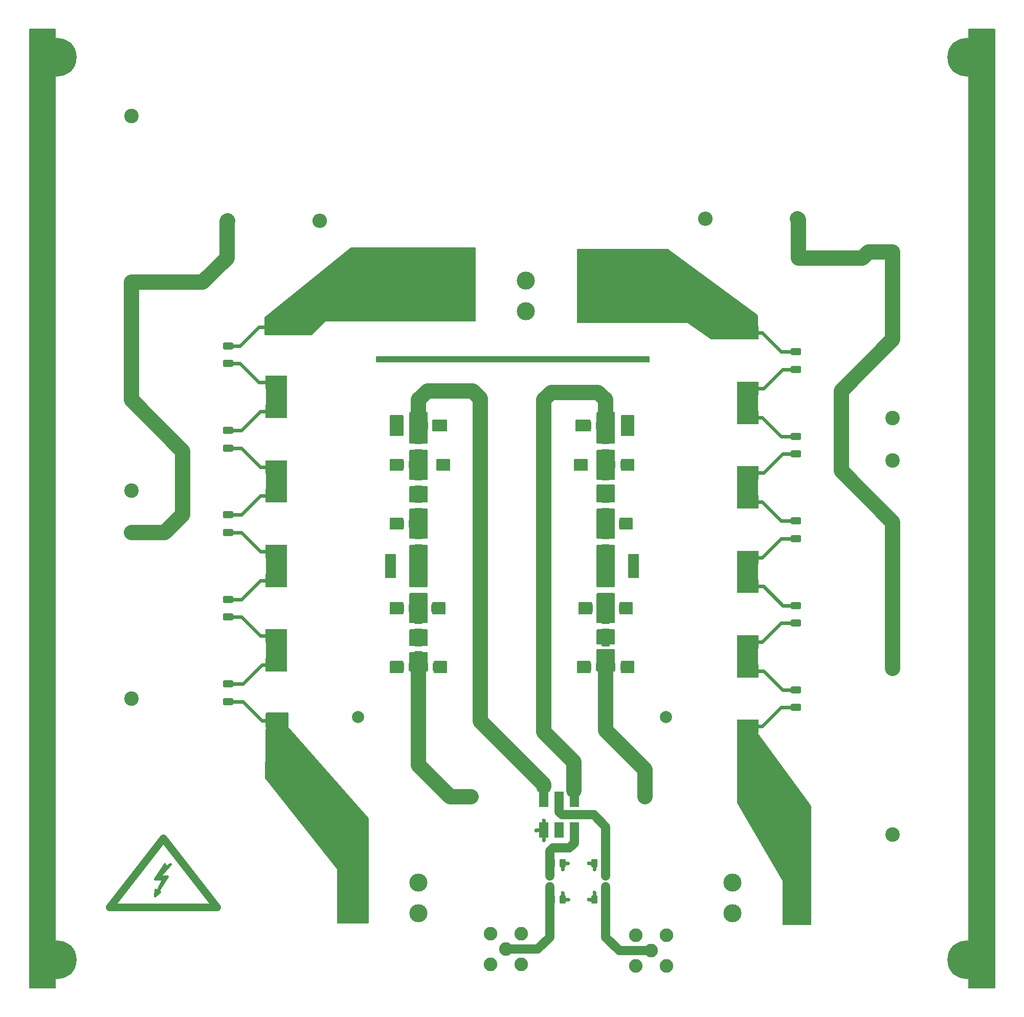
<source format=gbr>
%TF.GenerationSoftware,KiCad,Pcbnew,8.0.6*%
%TF.CreationDate,2024-12-10T22:17:20+01:00*%
%TF.ProjectId,lisn-pcb,6c69736e-2d70-4636-922e-6b696361645f,rev?*%
%TF.SameCoordinates,Original*%
%TF.FileFunction,Copper,L1,Top*%
%TF.FilePolarity,Positive*%
%FSLAX46Y46*%
G04 Gerber Fmt 4.6, Leading zero omitted, Abs format (unit mm)*
G04 Created by KiCad (PCBNEW 8.0.6) date 2024-12-10 22:17:20*
%MOMM*%
%LPD*%
G01*
G04 APERTURE LIST*
G04 Aperture macros list*
%AMRoundRect*
0 Rectangle with rounded corners*
0 $1 Rounding radius*
0 $2 $3 $4 $5 $6 $7 $8 $9 X,Y pos of 4 corners*
0 Add a 4 corners polygon primitive as box body*
4,1,4,$2,$3,$4,$5,$6,$7,$8,$9,$2,$3,0*
0 Add four circle primitives for the rounded corners*
1,1,$1+$1,$2,$3*
1,1,$1+$1,$4,$5*
1,1,$1+$1,$6,$7*
1,1,$1+$1,$8,$9*
0 Add four rect primitives between the rounded corners*
20,1,$1+$1,$2,$3,$4,$5,0*
20,1,$1+$1,$4,$5,$6,$7,0*
20,1,$1+$1,$6,$7,$8,$9,0*
20,1,$1+$1,$8,$9,$2,$3,0*%
G04 Aperture macros list end*
%TA.AperFunction,EtchedComponent*%
%ADD10C,1.270000*%
%TD*%
%TA.AperFunction,EtchedComponent*%
%ADD11C,0.381000*%
%TD*%
%TA.AperFunction,ComponentPad*%
%ADD12C,2.400000*%
%TD*%
%TA.AperFunction,ComponentPad*%
%ADD13O,2.400000X2.400000*%
%TD*%
%TA.AperFunction,SMDPad,CuDef*%
%ADD14RoundRect,0.250000X-0.475000X0.250000X-0.475000X-0.250000X0.475000X-0.250000X0.475000X0.250000X0*%
%TD*%
%TA.AperFunction,SMDPad,CuDef*%
%ADD15R,0.600000X0.450000*%
%TD*%
%TA.AperFunction,SMDPad,CuDef*%
%ADD16R,0.900000X0.800000*%
%TD*%
%TA.AperFunction,ComponentPad*%
%ADD17C,3.000000*%
%TD*%
%TA.AperFunction,SMDPad,CuDef*%
%ADD18R,1.650000X2.000000*%
%TD*%
%TA.AperFunction,SMDPad,CuDef*%
%ADD19R,3.600000X2.300000*%
%TD*%
%TA.AperFunction,SMDPad,CuDef*%
%ADD20RoundRect,0.249999X0.262501X0.450001X-0.262501X0.450001X-0.262501X-0.450001X0.262501X-0.450001X0*%
%TD*%
%TA.AperFunction,SMDPad,CuDef*%
%ADD21RoundRect,0.249999X-0.450001X0.262501X-0.450001X-0.262501X0.450001X-0.262501X0.450001X0.262501X0*%
%TD*%
%TA.AperFunction,SMDPad,CuDef*%
%ADD22RoundRect,0.249999X-0.262501X-0.450001X0.262501X-0.450001X0.262501X0.450001X-0.262501X0.450001X0*%
%TD*%
%TA.AperFunction,SMDPad,CuDef*%
%ADD23RoundRect,0.249999X0.450001X-0.262501X0.450001X0.262501X-0.450001X0.262501X-0.450001X-0.262501X0*%
%TD*%
%TA.AperFunction,SMDPad,CuDef*%
%ADD24RoundRect,0.249999X0.625001X-0.312501X0.625001X0.312501X-0.625001X0.312501X-0.625001X-0.312501X0*%
%TD*%
%TA.AperFunction,SMDPad,CuDef*%
%ADD25R,1.650000X2.540000*%
%TD*%
%TA.AperFunction,ComponentPad*%
%ADD26C,2.000000*%
%TD*%
%TA.AperFunction,ComponentPad*%
%ADD27C,2.250000*%
%TD*%
%TA.AperFunction,ComponentPad*%
%ADD28C,0.800000*%
%TD*%
%TA.AperFunction,ComponentPad*%
%ADD29C,6.400000*%
%TD*%
%TA.AperFunction,ViaPad*%
%ADD30C,0.600000*%
%TD*%
%TA.AperFunction,Conductor*%
%ADD31C,2.500000*%
%TD*%
%TA.AperFunction,Conductor*%
%ADD32C,0.600000*%
%TD*%
%TA.AperFunction,Conductor*%
%ADD33C,1.500000*%
%TD*%
%TA.AperFunction,Conductor*%
%ADD34C,0.240000*%
%TD*%
G04 APERTURE END LIST*
D10*
%TO.C,REF\u002A\u002A*%
X113360000Y-186560000D02*
X122250000Y-175130000D01*
D11*
X120853000Y-181861000D02*
X122250000Y-181861000D01*
X120853000Y-184655000D02*
X121615000Y-184020000D01*
X120980000Y-183639000D02*
X120853000Y-184655000D01*
X121107000Y-184147000D02*
X120980000Y-183639000D01*
X121107000Y-184274000D02*
X122885000Y-181480000D01*
X121234000Y-181734000D02*
X122504000Y-181734000D01*
X121615000Y-181480000D02*
X123393000Y-179448000D01*
X121615000Y-184020000D02*
X121107000Y-184274000D01*
D10*
X122250000Y-175130000D02*
X131140000Y-186560000D01*
D11*
X122250000Y-181861000D02*
X121107000Y-184147000D01*
X122377000Y-179575000D02*
X120853000Y-181861000D01*
X122631000Y-179829000D02*
X121234000Y-181734000D01*
X122631000Y-179956000D02*
X122504000Y-179448000D01*
X122885000Y-181480000D02*
X121615000Y-181480000D01*
X123393000Y-179448000D02*
X122631000Y-179956000D01*
D10*
X131140000Y-186560000D02*
X113360000Y-186560000D01*
%TD*%
D12*
%TO.P,R44,1*%
%TO.N,Net-(C4-Pad1)*%
X227240000Y-72500000D03*
D13*
%TO.P,R44,2*%
%TO.N,GND*%
X212000000Y-72500000D03*
%TD*%
D12*
%TO.P,C1,2*%
%TO.N,GND*%
X117000000Y-117500000D03*
%TO.P,C1,1*%
%TO.N,Net-(C1-Pad1)*%
X117000000Y-90000000D03*
%TD*%
%TO.P,C2,2*%
%TO.N,GND*%
X117000000Y-152000000D03*
%TO.P,C2,1*%
%TO.N,Net-(C1-Pad1)*%
X117000000Y-124500000D03*
%TD*%
%TO.P,C3,2*%
%TO.N,GND*%
X117000000Y-55500000D03*
%TO.P,C3,1*%
%TO.N,Net-(C1-Pad1)*%
X117000000Y-83000000D03*
%TD*%
%TO.P,C4,2*%
%TO.N,GND*%
X243000000Y-174500000D03*
%TO.P,C4,1*%
%TO.N,Net-(C4-Pad1)*%
X243000000Y-147000000D03*
%TD*%
%TO.P,C5,2*%
%TO.N,GND*%
X243000000Y-112500000D03*
%TO.P,C5,1*%
%TO.N,Net-(C4-Pad1)*%
X243000000Y-140000000D03*
%TD*%
%TO.P,C6,2*%
%TO.N,GND*%
X243000000Y-105500000D03*
%TO.P,C6,1*%
%TO.N,Net-(C4-Pad1)*%
X243000000Y-78000000D03*
%TD*%
D14*
%TO.P,C7,2*%
%TO.N,Net-(C7-Pad2)*%
X164500000Y-134950000D03*
%TO.P,C7,1*%
%TO.N,Net-(C7-Pad1)*%
X164500000Y-133050000D03*
%TD*%
%TO.P,C8,2*%
%TO.N,Net-(C7-Pad1)*%
X164500000Y-126950000D03*
%TO.P,C8,1*%
%TO.N,Net-(C8-Pad1)*%
X164500000Y-125050000D03*
%TD*%
D12*
%TO.P,C9,2*%
%TO.N,/SIG1*%
X173250000Y-168250000D03*
%TO.P,C9,1*%
%TO.N,/DUT_LINE*%
X150750000Y-168250000D03*
%TD*%
D14*
%TO.P,C10,2*%
%TO.N,Net-(C10-Pad2)*%
X195500000Y-134950000D03*
%TO.P,C10,1*%
%TO.N,Net-(C10-Pad1)*%
X195500000Y-133050000D03*
%TD*%
%TO.P,C11,2*%
%TO.N,Net-(C10-Pad1)*%
X195500000Y-126950000D03*
%TO.P,C11,1*%
%TO.N,Net-(C11-Pad1)*%
X195500000Y-125050000D03*
%TD*%
D12*
%TO.P,C12,2*%
%TO.N,/SIG2*%
X202000000Y-168250000D03*
%TO.P,C12,1*%
%TO.N,/DUT_NUT*%
X224500000Y-168250000D03*
%TD*%
D15*
%TO.P,D1,2,A2*%
%TO.N,GND*%
X167800000Y-113250000D03*
%TO.P,D1,1,A1*%
%TO.N,Net-(D1-A1)*%
X165700000Y-113250000D03*
%TD*%
D16*
%TO.P,D2,3,common*%
%TO.N,/SIG1_LIM*%
X163500000Y-106750000D03*
%TO.P,D2,2,K*%
%TO.N,GND*%
X161500000Y-107700000D03*
%TO.P,D2,1,A*%
X161500000Y-105800000D03*
%TD*%
D15*
%TO.P,D3,2,A2*%
%TO.N,GND*%
X192200000Y-113250000D03*
%TO.P,D3,1,A1*%
%TO.N,Net-(D3-A1)*%
X194300000Y-113250000D03*
%TD*%
D16*
%TO.P,D4,3,common*%
%TO.N,/SIG2_LIM*%
X196500000Y-106750000D03*
%TO.P,D4,2,K*%
%TO.N,GND*%
X198500000Y-105800000D03*
%TO.P,D4,1,A*%
X198500000Y-107700000D03*
%TD*%
D17*
%TO.P,J3,1,Pin_1*%
%TO.N,/LINE*%
X172250000Y-82710000D03*
X172250000Y-87790000D03*
%TD*%
%TO.P,J4,1,Pin_1*%
%TO.N,/NEUTRAL*%
X192500000Y-82710000D03*
X192500000Y-87790000D03*
%TD*%
%TO.P,J5,1,Pin_1*%
%TO.N,GND*%
X182250000Y-82710000D03*
X182250000Y-87790000D03*
%TD*%
%TO.P,J6,1,Pin_1*%
%TO.N,/DUT_LINE*%
X154500000Y-187540000D03*
X154500000Y-182460000D03*
%TD*%
%TO.P,J7,1,Pin_1*%
%TO.N,/DUT_NUT*%
X226500000Y-182460000D03*
X226500000Y-187540000D03*
%TD*%
D18*
%TO.P,L1,2,2*%
%TO.N,GND*%
X159900000Y-130000000D03*
%TO.P,L1,1,1*%
%TO.N,Net-(C7-Pad1)*%
X164100000Y-130000000D03*
%TD*%
D19*
%TO.P,L2,2,2*%
%TO.N,Net-(L2-Pad2)*%
X141000000Y-99600000D03*
%TO.P,L2,1,1*%
%TO.N,/LINE*%
X141000000Y-90400000D03*
%TD*%
%TO.P,L3,2,2*%
%TO.N,Net-(L3-Pad2)*%
X141000000Y-113600000D03*
%TO.P,L3,1,1*%
%TO.N,Net-(L2-Pad2)*%
X141000000Y-104400000D03*
%TD*%
%TO.P,L4,2,2*%
%TO.N,Net-(L4-Pad2)*%
X141000000Y-127600000D03*
%TO.P,L4,1,1*%
%TO.N,Net-(L3-Pad2)*%
X141000000Y-118400000D03*
%TD*%
%TO.P,L5,2,2*%
%TO.N,Net-(L5-Pad2)*%
X141000000Y-141600000D03*
%TO.P,L5,1,1*%
%TO.N,Net-(L4-Pad2)*%
X141000000Y-132400000D03*
%TD*%
%TO.P,L6,2,2*%
%TO.N,/DUT_LINE*%
X141000000Y-155600000D03*
%TO.P,L6,1,1*%
%TO.N,Net-(L5-Pad2)*%
X141000000Y-146400000D03*
%TD*%
D18*
%TO.P,L7,2,2*%
%TO.N,GND*%
X200100000Y-130000000D03*
%TO.P,L7,1,1*%
%TO.N,Net-(C10-Pad1)*%
X195900000Y-130000000D03*
%TD*%
D12*
%TO.P,R1,1*%
%TO.N,/LINE*%
X158200000Y-79000000D03*
D13*
%TO.P,R1,2*%
%TO.N,Net-(C1-Pad1)*%
X132800000Y-79000000D03*
%TD*%
%TO.P,R2,2*%
%TO.N,Net-(C4-Pad1)*%
X227400000Y-79000000D03*
D12*
%TO.P,R2,1*%
%TO.N,/NEUTRAL*%
X202000000Y-79000000D03*
%TD*%
D20*
%TO.P,R3,2*%
%TO.N,GND*%
X193587500Y-179250000D03*
%TO.P,R3,1*%
%TO.N,Net-(R3-Pad1)*%
X195412500Y-179250000D03*
%TD*%
D21*
%TO.P,R4,2*%
%TO.N,/CM_OUT*%
X195500000Y-183162500D03*
%TO.P,R4,1*%
%TO.N,Net-(R3-Pad1)*%
X195500000Y-181337500D03*
%TD*%
D22*
%TO.P,R5,2*%
%TO.N,GND*%
X188412500Y-179250000D03*
%TO.P,R5,1*%
%TO.N,Net-(R5-Pad1)*%
X186587500Y-179250000D03*
%TD*%
D20*
%TO.P,R6,2*%
%TO.N,GND*%
X193587500Y-185250000D03*
%TO.P,R6,1*%
%TO.N,/CM_OUT*%
X195412500Y-185250000D03*
%TD*%
D21*
%TO.P,R7,2*%
%TO.N,/DM_OUT*%
X186250000Y-183162500D03*
%TO.P,R7,1*%
%TO.N,Net-(R5-Pad1)*%
X186250000Y-181337500D03*
%TD*%
D22*
%TO.P,R8,2*%
%TO.N,GND*%
X188412500Y-185250000D03*
%TO.P,R8,1*%
%TO.N,/DM_OUT*%
X186587500Y-185250000D03*
%TD*%
D20*
%TO.P,R9,2*%
%TO.N,GND*%
X161587500Y-146750000D03*
%TO.P,R9,1*%
%TO.N,/SIG1*%
X163412500Y-146750000D03*
%TD*%
D22*
%TO.P,R10,2*%
%TO.N,GND*%
X167412500Y-146750000D03*
%TO.P,R10,1*%
%TO.N,/SIG1*%
X165587500Y-146750000D03*
%TD*%
D21*
%TO.P,R11,2*%
%TO.N,/SIG1*%
X164500000Y-144662500D03*
%TO.P,R11,1*%
%TO.N,Net-(R11-Pad1)*%
X164500000Y-142837500D03*
%TD*%
%TO.P,R12,2*%
%TO.N,Net-(R11-Pad1)*%
X164500000Y-140912500D03*
%TO.P,R12,1*%
%TO.N,Net-(C7-Pad2)*%
X164500000Y-139087500D03*
%TD*%
D22*
%TO.P,R13,2*%
%TO.N,GND*%
X167162500Y-137000000D03*
%TO.P,R13,1*%
%TO.N,Net-(C7-Pad2)*%
X165337500Y-137000000D03*
%TD*%
D20*
%TO.P,R14,2*%
%TO.N,GND*%
X161587500Y-137000000D03*
%TO.P,R14,1*%
%TO.N,Net-(C7-Pad2)*%
X163412500Y-137000000D03*
%TD*%
%TO.P,R15,2*%
%TO.N,GND*%
X161587500Y-123000000D03*
%TO.P,R15,1*%
%TO.N,Net-(C8-Pad1)*%
X163412500Y-123000000D03*
%TD*%
D23*
%TO.P,R16,2*%
%TO.N,Net-(R16-Pad2)*%
X164500000Y-119087500D03*
%TO.P,R16,1*%
%TO.N,Net-(C8-Pad1)*%
X164500000Y-120912500D03*
%TD*%
%TO.P,R17,2*%
%TO.N,Net-(D1-A1)*%
X164500000Y-115337500D03*
%TO.P,R17,1*%
%TO.N,Net-(R16-Pad2)*%
X164500000Y-117162500D03*
%TD*%
D20*
%TO.P,R18,2*%
%TO.N,GND*%
X161587500Y-113250000D03*
%TO.P,R18,1*%
%TO.N,Net-(D1-A1)*%
X163412500Y-113250000D03*
%TD*%
D21*
%TO.P,R19,2*%
%TO.N,Net-(D1-A1)*%
X164500000Y-111162500D03*
%TO.P,R19,1*%
%TO.N,/SIG1_LIM*%
X164500000Y-109337500D03*
%TD*%
D22*
%TO.P,R20,2*%
%TO.N,GND*%
X167412500Y-106750000D03*
%TO.P,R20,1*%
%TO.N,/SIG1_LIM*%
X165587500Y-106750000D03*
%TD*%
D24*
%TO.P,R21,2*%
%TO.N,/LINE*%
X133000000Y-93537500D03*
%TO.P,R21,1*%
%TO.N,Net-(L2-Pad2)*%
X133000000Y-96462500D03*
%TD*%
%TO.P,R22,2*%
%TO.N,Net-(L2-Pad2)*%
X133000000Y-107537500D03*
%TO.P,R22,1*%
%TO.N,Net-(L3-Pad2)*%
X133000000Y-110462500D03*
%TD*%
%TO.P,R23,2*%
%TO.N,Net-(L3-Pad2)*%
X133000000Y-121537500D03*
%TO.P,R23,1*%
%TO.N,Net-(L4-Pad2)*%
X133000000Y-124462500D03*
%TD*%
%TO.P,R24,2*%
%TO.N,Net-(L4-Pad2)*%
X133000000Y-135537500D03*
%TO.P,R24,1*%
%TO.N,Net-(L5-Pad2)*%
X133000000Y-138462500D03*
%TD*%
%TO.P,R25,2*%
%TO.N,Net-(L5-Pad2)*%
X133000000Y-149537500D03*
%TO.P,R25,1*%
%TO.N,/DUT_LINE*%
X133000000Y-152462500D03*
%TD*%
D20*
%TO.P,R26,2*%
%TO.N,GND*%
X192587500Y-146750000D03*
%TO.P,R26,1*%
%TO.N,/SIG2*%
X194412500Y-146750000D03*
%TD*%
D22*
%TO.P,R27,2*%
%TO.N,GND*%
X198412500Y-146750000D03*
%TO.P,R27,1*%
%TO.N,/SIG2*%
X196587500Y-146750000D03*
%TD*%
D21*
%TO.P,R28,2*%
%TO.N,/SIG2*%
X195500000Y-144662500D03*
%TO.P,R28,1*%
%TO.N,Net-(R28-Pad1)*%
X195500000Y-142837500D03*
%TD*%
%TO.P,R29,2*%
%TO.N,Net-(R28-Pad1)*%
X195500000Y-140912500D03*
%TO.P,R29,1*%
%TO.N,Net-(C10-Pad2)*%
X195500000Y-139087500D03*
%TD*%
D20*
%TO.P,R30,2*%
%TO.N,GND*%
X192837500Y-137000000D03*
%TO.P,R30,1*%
%TO.N,Net-(C10-Pad2)*%
X194662500Y-137000000D03*
%TD*%
D22*
%TO.P,R31,2*%
%TO.N,GND*%
X198162500Y-137000000D03*
%TO.P,R31,1*%
%TO.N,Net-(C10-Pad2)*%
X196337500Y-137000000D03*
%TD*%
%TO.P,R32,2*%
%TO.N,GND*%
X198162500Y-123000000D03*
%TO.P,R32,1*%
%TO.N,Net-(C11-Pad1)*%
X196337500Y-123000000D03*
%TD*%
D23*
%TO.P,R33,2*%
%TO.N,Net-(R33-Pad2)*%
X195500000Y-119087500D03*
%TO.P,R33,1*%
%TO.N,Net-(C11-Pad1)*%
X195500000Y-120912500D03*
%TD*%
%TO.P,R34,2*%
%TO.N,Net-(D3-A1)*%
X195500000Y-115337500D03*
%TO.P,R34,1*%
%TO.N,Net-(R33-Pad2)*%
X195500000Y-117162500D03*
%TD*%
D22*
%TO.P,R35,2*%
%TO.N,GND*%
X198412500Y-113250000D03*
%TO.P,R35,1*%
%TO.N,Net-(D3-A1)*%
X196587500Y-113250000D03*
%TD*%
D21*
%TO.P,R36,2*%
%TO.N,Net-(D3-A1)*%
X195500000Y-111162500D03*
%TO.P,R36,1*%
%TO.N,/SIG2_LIM*%
X195500000Y-109337500D03*
%TD*%
D20*
%TO.P,R37,2*%
%TO.N,GND*%
X192587500Y-106750000D03*
%TO.P,R37,1*%
%TO.N,/SIG2_LIM*%
X194412500Y-106750000D03*
%TD*%
D25*
%TO.P,TR1,1*%
%TO.N,GND*%
X185210000Y-173790000D03*
%TO.P,TR1,2*%
%TO.N,N/C*%
X187750000Y-173790000D03*
%TO.P,TR1,3*%
%TO.N,Net-(R5-Pad1)*%
X190290000Y-173790000D03*
%TO.P,TR1,4*%
%TO.N,/SIG2_LIM*%
X190290000Y-168710000D03*
%TO.P,TR1,5*%
%TO.N,Net-(R3-Pad1)*%
X187750000Y-168710000D03*
%TO.P,TR1,6*%
%TO.N,/SIG1_LIM*%
X185210000Y-168710000D03*
%TD*%
D26*
%TO.P,GD1,2*%
%TO.N,GND*%
X154500000Y-155000000D03*
%TO.P,GD1,1*%
%TO.N,/SIG1*%
X164500000Y-155000000D03*
%TD*%
D19*
%TO.P,L11,2,2*%
%TO.N,Net-(L11-Pad2)*%
X219000000Y-142600000D03*
%TO.P,L11,1,1*%
%TO.N,Net-(L10-Pad2)*%
X219000000Y-133400000D03*
%TD*%
%TO.P,L9,2,2*%
%TO.N,Net-(L10-Pad1)*%
X219000000Y-114600000D03*
%TO.P,L9,1,1*%
%TO.N,Net-(L8-Pad2)*%
X219000000Y-105400000D03*
%TD*%
%TO.P,L12,2,2*%
%TO.N,/DUT_NUT*%
X219000000Y-156600000D03*
%TO.P,L12,1,1*%
%TO.N,Net-(L11-Pad2)*%
X219000000Y-147400000D03*
%TD*%
%TO.P,L10,2,2*%
%TO.N,Net-(L10-Pad2)*%
X219000000Y-128600000D03*
%TO.P,L10,1,1*%
%TO.N,Net-(L10-Pad1)*%
X219000000Y-119400000D03*
%TD*%
%TO.P,L8,2,2*%
%TO.N,Net-(L8-Pad2)*%
X219000000Y-100600000D03*
%TO.P,L8,1,1*%
%TO.N,/NEUTRAL*%
X219000000Y-91400000D03*
%TD*%
D24*
%TO.P,R42,2*%
%TO.N,Net-(L11-Pad2)*%
X227000000Y-150537500D03*
%TO.P,R42,1*%
%TO.N,/DUT_NUT*%
X227000000Y-153462500D03*
%TD*%
%TO.P,R38,2*%
%TO.N,/NEUTRAL*%
X227000000Y-94537500D03*
%TO.P,R38,1*%
%TO.N,Net-(L8-Pad2)*%
X227000000Y-97462500D03*
%TD*%
%TO.P,R40,2*%
%TO.N,Net-(L10-Pad1)*%
X227000000Y-122537500D03*
%TO.P,R40,1*%
%TO.N,Net-(L10-Pad2)*%
X227000000Y-125462500D03*
%TD*%
%TO.P,R39,2*%
%TO.N,Net-(L8-Pad2)*%
X227000000Y-108537500D03*
%TO.P,R39,1*%
%TO.N,Net-(L10-Pad1)*%
X227000000Y-111462500D03*
%TD*%
%TO.P,R41,2*%
%TO.N,Net-(L10-Pad2)*%
X227000000Y-136537500D03*
%TO.P,R41,1*%
%TO.N,Net-(L11-Pad2)*%
X227000000Y-139462500D03*
%TD*%
D26*
%TO.P,GD2,2*%
%TO.N,GND*%
X205500000Y-155000000D03*
%TO.P,GD2,1*%
%TO.N,/SIG2*%
X195500000Y-155000000D03*
%TD*%
D27*
%TO.P,J1,2,Ext*%
%TO.N,GND*%
X200460000Y-191210000D03*
X200460000Y-196290000D03*
X205540000Y-191210000D03*
X205540000Y-196290000D03*
%TO.P,J1,1,In*%
%TO.N,/CM_OUT*%
X203000000Y-193750000D03*
%TD*%
%TO.P,J2,2,Ext*%
%TO.N,GND*%
X176460000Y-190960000D03*
X176460000Y-196040000D03*
X181540000Y-190960000D03*
X181540000Y-196040000D03*
%TO.P,J2,1,In*%
%TO.N,/DM_OUT*%
X179000000Y-193500000D03*
%TD*%
D17*
%TO.P,J8,1,Pin_1*%
%TO.N,GND*%
X164500000Y-182460000D03*
X164500000Y-187540000D03*
%TD*%
%TO.P,J9,1,Pin_1*%
%TO.N,GND*%
X216500000Y-182460000D03*
X216500000Y-187540000D03*
%TD*%
D28*
%TO.P,H1,1,1*%
%TO.N,GND*%
X257750000Y-195250000D03*
X257000000Y-197000000D03*
X257000000Y-193500000D03*
X255250000Y-197750000D03*
D29*
X255250000Y-195250000D03*
D28*
X255250000Y-192750000D03*
X253500000Y-197000000D03*
X253500000Y-193500000D03*
X252750000Y-195250000D03*
%TD*%
%TO.P,H2,1,1*%
%TO.N,GND*%
X107250000Y-45750000D03*
X106500000Y-47500000D03*
X106500000Y-44000000D03*
X104750000Y-48250000D03*
D29*
X104750000Y-45750000D03*
D28*
X104750000Y-43250000D03*
X103000000Y-47500000D03*
X103000000Y-44000000D03*
X102250000Y-45750000D03*
%TD*%
%TO.P,H3,1,1*%
%TO.N,GND*%
X107250000Y-195250000D03*
X106500000Y-197000000D03*
X106500000Y-193500000D03*
X104750000Y-197750000D03*
D29*
X104750000Y-195250000D03*
D28*
X104750000Y-192750000D03*
X103000000Y-197000000D03*
X103000000Y-193500000D03*
X102250000Y-195250000D03*
%TD*%
%TO.P,H4,1,1*%
%TO.N,GND*%
X257750000Y-45750000D03*
X257000000Y-47500000D03*
X257000000Y-44000000D03*
X255250000Y-48250000D03*
D29*
X255250000Y-45750000D03*
D28*
X255250000Y-43250000D03*
X253500000Y-47500000D03*
X253500000Y-44000000D03*
X252750000Y-45750000D03*
%TD*%
D13*
%TO.P,R43,2*%
%TO.N,GND*%
X148120000Y-72800000D03*
D12*
%TO.P,R43,1*%
%TO.N,Net-(C1-Pad1)*%
X132880000Y-72800000D03*
%TD*%
D30*
%TO.N,GND*%
X102000000Y-188000000D03*
X102000000Y-186000000D03*
X102000000Y-184000000D03*
X102000000Y-182000000D03*
X102000000Y-180000000D03*
X102000000Y-178000000D03*
X102000000Y-176000000D03*
X102000000Y-174000000D03*
X102000000Y-172000000D03*
X102000000Y-170000000D03*
X102000000Y-168000000D03*
X102000000Y-166000000D03*
X102000000Y-164000000D03*
X102000000Y-162000000D03*
X102000000Y-160000000D03*
X102000000Y-158000000D03*
X102000000Y-156000000D03*
X102000000Y-154000000D03*
X102000000Y-152000000D03*
X102000000Y-150000000D03*
X102000000Y-148000000D03*
X102000000Y-146000000D03*
X102000000Y-144000000D03*
X102000000Y-142000000D03*
X102000000Y-140000000D03*
X102000000Y-138000000D03*
X102000000Y-136000000D03*
X102000000Y-134000000D03*
X102000000Y-132000000D03*
X102000000Y-130000000D03*
X102000000Y-128000000D03*
X102000000Y-126000000D03*
X102000000Y-124000000D03*
X102000000Y-122000000D03*
X102000000Y-120000000D03*
X102000000Y-118000000D03*
X102000000Y-116000000D03*
X102000000Y-114000000D03*
X102000000Y-112000000D03*
X102000000Y-110000000D03*
X102000000Y-108000000D03*
X102000000Y-106000000D03*
X102000000Y-104000000D03*
X102000000Y-102000000D03*
X102000000Y-100000000D03*
X102000000Y-98000000D03*
X102000000Y-96000000D03*
X102000000Y-94000000D03*
X102000000Y-92000000D03*
X102000000Y-90000000D03*
X102000000Y-88000000D03*
X102000000Y-86000000D03*
X102000000Y-84000000D03*
X102000000Y-82000000D03*
X102000000Y-80000000D03*
X102000000Y-78000000D03*
X102000000Y-76000000D03*
X102000000Y-74000000D03*
X102000000Y-72000000D03*
X102000000Y-70000000D03*
X102000000Y-68000000D03*
X102000000Y-66000000D03*
X102000000Y-64000000D03*
X102000000Y-62000000D03*
X102000000Y-60000000D03*
X102000000Y-58000000D03*
X102000000Y-56000000D03*
X102000000Y-54000000D03*
X102000000Y-52000000D03*
X258000000Y-188000000D03*
X258000000Y-186000000D03*
X258000000Y-184000000D03*
X258000000Y-182000000D03*
X258000000Y-180000000D03*
X258000000Y-178000000D03*
X258000000Y-176000000D03*
X258000000Y-174000000D03*
X258000000Y-172000000D03*
X258000000Y-170000000D03*
X258000000Y-168000000D03*
X258000000Y-166000000D03*
X258000000Y-164000000D03*
X258000000Y-162000000D03*
X258000000Y-160000000D03*
X258000000Y-158000000D03*
X258000000Y-156000000D03*
X258000000Y-154000000D03*
X258000000Y-152000000D03*
X258000000Y-150000000D03*
X258000000Y-148000000D03*
X258000000Y-146000000D03*
X258000000Y-144000000D03*
X258000000Y-142000000D03*
X258000000Y-140000000D03*
X258000000Y-138000000D03*
X258000000Y-136000000D03*
X258000000Y-134000000D03*
X258000000Y-132000000D03*
X258000000Y-130000000D03*
X258000000Y-128000000D03*
X258000000Y-126000000D03*
X258000000Y-124000000D03*
X258000000Y-122000000D03*
X258000000Y-120000000D03*
X258000000Y-118000000D03*
X258000000Y-116000000D03*
X258000000Y-114000000D03*
X258000000Y-112000000D03*
X258000000Y-110000000D03*
X258000000Y-108000000D03*
X258000000Y-106000000D03*
X258000000Y-104000000D03*
X258000000Y-102000000D03*
X258000000Y-100000000D03*
X258000000Y-98000000D03*
X258000000Y-96000000D03*
X258000000Y-94000000D03*
X258000000Y-92000000D03*
X258000000Y-90000000D03*
X258000000Y-88000000D03*
X258000000Y-86000000D03*
X258000000Y-84000000D03*
X258000000Y-82000000D03*
X258000000Y-80000000D03*
X258000000Y-78000000D03*
X258000000Y-76000000D03*
X258000000Y-74000000D03*
X258000000Y-72000000D03*
X258000000Y-70000000D03*
X258000000Y-68000000D03*
X258000000Y-66000000D03*
X258000000Y-64000000D03*
X258000000Y-62000000D03*
X258000000Y-60000000D03*
X258000000Y-58000000D03*
X258000000Y-56000000D03*
X258000000Y-54000000D03*
X258000000Y-52000000D03*
X160000000Y-95750000D03*
X162000000Y-95750000D03*
X164000000Y-95750000D03*
X166000000Y-95750000D03*
X168000000Y-95750000D03*
X170000000Y-95750000D03*
X172000000Y-95750000D03*
X174000000Y-95750000D03*
X176000000Y-95750000D03*
X178000000Y-95750000D03*
X180000000Y-95750000D03*
X182000000Y-95750000D03*
X184000000Y-95750000D03*
X186000000Y-95750000D03*
X188000000Y-95750000D03*
X190000000Y-95750000D03*
X192000000Y-95750000D03*
X194000000Y-95750000D03*
X196000000Y-95750000D03*
X198000000Y-95750000D03*
X200000000Y-95750000D03*
X168250000Y-107250000D03*
X193600000Y-180300000D03*
X200500000Y-131500000D03*
X199500000Y-108000000D03*
X199500000Y-105500000D03*
X199500000Y-123000000D03*
X161500000Y-106750000D03*
X159500000Y-128500000D03*
X168250000Y-106250000D03*
X192000000Y-136500000D03*
X160250000Y-123000000D03*
X160750000Y-112750000D03*
X192700000Y-185250000D03*
X191250000Y-106750000D03*
X191500000Y-113750000D03*
X199500000Y-106750000D03*
X158000000Y-95750000D03*
X199000000Y-122500000D03*
X160750000Y-137500000D03*
X160750000Y-122500000D03*
X188400000Y-184150000D03*
X160750000Y-123500000D03*
X191750000Y-147250000D03*
X193600000Y-184100000D03*
X191750000Y-107250000D03*
X168500000Y-113750000D03*
X160250000Y-146750000D03*
X199250000Y-146250000D03*
X199000000Y-136500000D03*
X199000000Y-137500000D03*
X199500000Y-137000000D03*
X168250000Y-147250000D03*
X192700000Y-179250000D03*
X160250000Y-131500000D03*
X199750000Y-113250000D03*
X191500000Y-137000000D03*
X191500000Y-112750000D03*
X160250000Y-128500000D03*
X189250000Y-179250000D03*
X102000000Y-190000000D03*
X198500000Y-106750000D03*
X199750000Y-146750000D03*
X160250000Y-113250000D03*
X258000000Y-190000000D03*
X185200000Y-175400000D03*
X192000000Y-137500000D03*
X168000000Y-137500000D03*
X199250000Y-112750000D03*
X160750000Y-136500000D03*
X189300000Y-185250000D03*
X202000000Y-95750000D03*
X199750000Y-131500000D03*
X159500000Y-131500000D03*
X160500000Y-108000000D03*
X168750000Y-106750000D03*
X160750000Y-146250000D03*
X168000000Y-136500000D03*
X168750000Y-146750000D03*
X199250000Y-147250000D03*
X188400000Y-180300000D03*
X168250000Y-146250000D03*
X191250000Y-146750000D03*
X160750000Y-113750000D03*
X185200000Y-172150000D03*
X199000000Y-123500000D03*
X160750000Y-147250000D03*
X191750000Y-146250000D03*
X199250000Y-113750000D03*
X160500000Y-106750000D03*
X168500000Y-137000000D03*
X184000000Y-173800000D03*
X191000000Y-113250000D03*
X199750000Y-128500000D03*
X191750000Y-106250000D03*
X200500000Y-128500000D03*
X160500000Y-105500000D03*
X168500000Y-112750000D03*
X160250000Y-137000000D03*
X169000000Y-113250000D03*
%TD*%
D31*
%TO.N,Net-(C4-Pad1)*%
X227400000Y-72660000D02*
X227240000Y-72500000D01*
X227400000Y-79000000D02*
X227400000Y-72660000D01*
%TO.N,Net-(C1-Pad1)*%
X132800000Y-72880000D02*
X132880000Y-72800000D01*
X132800000Y-79000000D02*
X132800000Y-72880000D01*
X128800000Y-83000000D02*
X132800000Y-79000000D01*
X117000000Y-83000000D02*
X128800000Y-83000000D01*
%TO.N,/LINE*%
X172210000Y-82750000D02*
X172250000Y-82710000D01*
D32*
%TO.N,GND*%
X185210000Y-173790000D02*
X185210000Y-175390000D01*
X193587500Y-185250000D02*
X192700000Y-185250000D01*
X193587500Y-184112500D02*
X193600000Y-184100000D01*
X184010000Y-173790000D02*
X184000000Y-173800000D01*
X185210000Y-172160000D02*
X185200000Y-172150000D01*
X193587500Y-179250000D02*
X192700000Y-179250000D01*
X193587500Y-185250000D02*
X193587500Y-184112500D01*
X188412500Y-185250000D02*
X188412500Y-184162500D01*
X193587500Y-179250000D02*
X193587500Y-180287500D01*
X185210000Y-173790000D02*
X185210000Y-172160000D01*
X188412500Y-179250000D02*
X189250000Y-179250000D01*
X185210000Y-173790000D02*
X184010000Y-173790000D01*
X185210000Y-175390000D02*
X185200000Y-175400000D01*
X188412500Y-180287500D02*
X188400000Y-180300000D01*
X193587500Y-180287500D02*
X193600000Y-180300000D01*
X188412500Y-185250000D02*
X189300000Y-185250000D01*
X188412500Y-179250000D02*
X188412500Y-180287500D01*
X188412500Y-184162500D02*
X188400000Y-184150000D01*
D31*
%TO.N,Net-(C1-Pad1)*%
X122500000Y-124500000D02*
X117000000Y-124500000D01*
X125500000Y-121500000D02*
X122500000Y-124500000D01*
X117000000Y-90000000D02*
X117000000Y-102500000D01*
X125500000Y-111000000D02*
X125500000Y-121500000D01*
X117000000Y-83000000D02*
X117000000Y-90000000D01*
X117000000Y-102500000D02*
X125500000Y-111000000D01*
%TO.N,Net-(C4-Pad1)*%
X243000000Y-122750000D02*
X234500000Y-114250000D01*
X239000000Y-78000000D02*
X243000000Y-78000000D01*
X243000000Y-84750000D02*
X243000000Y-78000000D01*
X243000000Y-147000000D02*
X243000000Y-140000000D01*
X243000000Y-92500000D02*
X243000000Y-84750000D01*
X234500000Y-114250000D02*
X234500000Y-101000000D01*
X227400000Y-79000000D02*
X238000000Y-79000000D01*
X243000000Y-140000000D02*
X243000000Y-122750000D01*
X238000000Y-79000000D02*
X239000000Y-78000000D01*
X234500000Y-101000000D02*
X243000000Y-92500000D01*
%TO.N,/SIG1*%
X164500000Y-155000000D02*
X164500000Y-145750000D01*
X164500000Y-163000000D02*
X169750000Y-168250000D01*
X164500000Y-155000000D02*
X164500000Y-163000000D01*
X169750000Y-168250000D02*
X173250000Y-168250000D01*
D32*
%TO.N,/DUT_LINE*%
X133000000Y-152462500D02*
X135462500Y-152462500D01*
X135462500Y-152462500D02*
X138600000Y-155600000D01*
X138600000Y-155600000D02*
X141000000Y-155600000D01*
D31*
%TO.N,/SIG2*%
X195500000Y-155000000D02*
X195500000Y-145250000D01*
X202000000Y-163750000D02*
X202000000Y-168250000D01*
X195500000Y-157250000D02*
X202000000Y-163750000D01*
X195500000Y-155000000D02*
X195500000Y-157250000D01*
D32*
%TO.N,/DUT_NUT*%
X224537500Y-153462500D02*
X221400000Y-156600000D01*
X227000000Y-153462500D02*
X224537500Y-153462500D01*
X221400000Y-156600000D02*
X219000000Y-156600000D01*
%TO.N,/SIG1_LIM*%
X164500000Y-102500000D02*
X164500000Y-109337500D01*
D31*
X164500000Y-102500000D02*
X164500000Y-107000000D01*
D33*
X185210000Y-168710000D02*
X185210000Y-166540000D01*
D31*
X185210000Y-166540000D02*
X185210000Y-166210000D01*
X174750000Y-155750000D02*
X174750000Y-102250000D01*
X174750000Y-102250000D02*
X173500000Y-101000000D01*
D34*
X165587500Y-106750000D02*
X165000000Y-106750000D01*
D31*
X185210000Y-166210000D02*
X174750000Y-155750000D01*
X166000000Y-101000000D02*
X164500000Y-102500000D01*
X173500000Y-101000000D02*
X166000000Y-101000000D01*
D32*
%TO.N,/SIG2_LIM*%
X195500000Y-102500000D02*
X195500000Y-103000000D01*
D31*
X190250000Y-162500000D02*
X185250000Y-157500000D01*
X186500000Y-101250000D02*
X194250000Y-101250000D01*
X185250000Y-157500000D02*
X185250000Y-102500000D01*
D33*
X190290000Y-168710000D02*
X190290000Y-167290000D01*
D31*
X185250000Y-102500000D02*
X186500000Y-101250000D01*
X194250000Y-101250000D02*
X195500000Y-102500000D01*
D32*
X195500000Y-103000000D02*
X195500000Y-109337500D01*
D31*
X195500000Y-103000000D02*
X195500000Y-106750000D01*
X190250000Y-167250000D02*
X190250000Y-162500000D01*
D33*
%TO.N,/CM_OUT*%
X197750000Y-193750000D02*
X203000000Y-193750000D01*
X195500000Y-191500000D02*
X197750000Y-193750000D01*
X195500000Y-183162500D02*
X195500000Y-191500000D01*
%TO.N,/DM_OUT*%
X186250000Y-191500000D02*
X184250000Y-193500000D01*
X186250000Y-183162500D02*
X186250000Y-191500000D01*
X184250000Y-193500000D02*
X179000000Y-193500000D01*
D32*
%TO.N,/LINE*%
X134962500Y-93537500D02*
X138100000Y-90400000D01*
X138100000Y-90400000D02*
X141000000Y-90400000D01*
X133000000Y-93537500D02*
X134962500Y-93537500D01*
%TO.N,/NEUTRAL*%
X224537500Y-94537500D02*
X221400000Y-91400000D01*
X221400000Y-91400000D02*
X219000000Y-91400000D01*
X227000000Y-94537500D02*
X224537500Y-94537500D01*
%TO.N,Net-(L2-Pad2)*%
X133000000Y-96462500D02*
X134962500Y-96462500D01*
X133000000Y-107537500D02*
X135212500Y-107537500D01*
X135212500Y-107537500D02*
X138350000Y-104400000D01*
X138100000Y-99600000D02*
X141000000Y-99600000D01*
X134962500Y-96462500D02*
X138100000Y-99600000D01*
X138350000Y-104400000D02*
X141000000Y-104400000D01*
%TO.N,Net-(L3-Pad2)*%
X138350000Y-118400000D02*
X141000000Y-118400000D01*
X135212500Y-121537500D02*
X138350000Y-118400000D01*
X141000000Y-113600000D02*
X138350000Y-113600000D01*
X133000000Y-121537500D02*
X135212500Y-121537500D01*
X135212500Y-110462500D02*
X133000000Y-110462500D01*
X138350000Y-113600000D02*
X135212500Y-110462500D01*
%TO.N,Net-(L4-Pad2)*%
X141000000Y-127600000D02*
X138350000Y-127600000D01*
X135212500Y-135537500D02*
X138350000Y-132400000D01*
X135212500Y-124462500D02*
X133000000Y-124462500D01*
X133000000Y-135537500D02*
X135212500Y-135537500D01*
X138350000Y-127600000D02*
X135212500Y-124462500D01*
X138350000Y-132400000D02*
X141000000Y-132400000D01*
%TO.N,Net-(L5-Pad2)*%
X133000000Y-138462500D02*
X135212500Y-138462500D01*
X135212500Y-138462500D02*
X138350000Y-141600000D01*
X133000000Y-149537500D02*
X135462500Y-149537500D01*
X138600000Y-146400000D02*
X141000000Y-146400000D01*
X135462500Y-149537500D02*
X138600000Y-146400000D01*
X138350000Y-141600000D02*
X141000000Y-141600000D01*
%TO.N,Net-(L8-Pad2)*%
X221650000Y-100600000D02*
X224787500Y-97462500D01*
X224787500Y-97462500D02*
X227000000Y-97462500D01*
X227000000Y-108537500D02*
X224537500Y-108537500D01*
X224537500Y-108537500D02*
X221400000Y-105400000D01*
X219000000Y-100600000D02*
X221650000Y-100600000D01*
X221400000Y-105400000D02*
X219000000Y-105400000D01*
%TO.N,Net-(L10-Pad1)*%
X224787500Y-111462500D02*
X227000000Y-111462500D01*
X219000000Y-114600000D02*
X221650000Y-114600000D01*
X221400000Y-119400000D02*
X224537500Y-122537500D01*
X224537500Y-122537500D02*
X227000000Y-122537500D01*
X219000000Y-119400000D02*
X221400000Y-119400000D01*
X221650000Y-114600000D02*
X224787500Y-111462500D01*
%TO.N,Net-(L10-Pad2)*%
X221400000Y-128600000D02*
X224537500Y-125462500D01*
X219000000Y-128600000D02*
X221400000Y-128600000D01*
X224537500Y-125462500D02*
X227000000Y-125462500D01*
X221650000Y-133400000D02*
X224787500Y-136537500D01*
X224787500Y-136537500D02*
X227000000Y-136537500D01*
X219000000Y-133400000D02*
X221650000Y-133400000D01*
%TO.N,Net-(L11-Pad2)*%
X224537500Y-139462500D02*
X221400000Y-142600000D01*
X221650000Y-147400000D02*
X224787500Y-150537500D01*
X219000000Y-147400000D02*
X221650000Y-147400000D01*
X227000000Y-139462500D02*
X224537500Y-139462500D01*
X221400000Y-142600000D02*
X219000000Y-142600000D01*
X224787500Y-150537500D02*
X227000000Y-150537500D01*
D33*
%TO.N,Net-(R3-Pad1)*%
X187750000Y-168710000D02*
X187750000Y-170750000D01*
X193500000Y-171250000D02*
X195412500Y-173162500D01*
X188250000Y-171250000D02*
X193500000Y-171250000D01*
X195500000Y-173250000D02*
X193500000Y-171250000D01*
X187750000Y-170750000D02*
X188250000Y-171250000D01*
X195500000Y-181337500D02*
X195500000Y-173250000D01*
%TO.N,Net-(R5-Pad1)*%
X186250000Y-177250000D02*
X186250000Y-181337500D01*
X190290000Y-175960000D02*
X189500000Y-176750000D01*
X189500000Y-176750000D02*
X186750000Y-176750000D01*
X186750000Y-176750000D02*
X186250000Y-177250000D01*
X190290000Y-173790000D02*
X190290000Y-175960000D01*
%TD*%
%TA.AperFunction,Conductor*%
%TO.N,GND*%
G36*
X202692121Y-95270002D02*
G01*
X202738614Y-95323658D01*
X202750000Y-95376000D01*
X202750000Y-96124000D01*
X202729998Y-96192121D01*
X202676342Y-96238614D01*
X202624000Y-96250000D01*
X157626000Y-96250000D01*
X157557879Y-96229998D01*
X157511386Y-96176342D01*
X157500000Y-96124000D01*
X157500000Y-95376000D01*
X157520002Y-95307879D01*
X157573658Y-95261386D01*
X157626000Y-95250000D01*
X202624000Y-95250000D01*
X202692121Y-95270002D01*
G37*
%TD.AperFunction*%
%TD*%
%TA.AperFunction,Conductor*%
%TO.N,GND*%
G36*
X259916621Y-41045502D02*
G01*
X259963114Y-41099158D01*
X259974500Y-41151500D01*
X259974500Y-199848500D01*
X259954498Y-199916621D01*
X259900842Y-199963114D01*
X259848500Y-199974500D01*
X255626000Y-199974500D01*
X255557879Y-199954498D01*
X255511386Y-199900842D01*
X255500000Y-199848500D01*
X255500000Y-41151500D01*
X255520002Y-41083379D01*
X255573658Y-41036886D01*
X255626000Y-41025500D01*
X259848500Y-41025500D01*
X259916621Y-41045502D01*
G37*
%TD.AperFunction*%
%TD*%
%TA.AperFunction,Conductor*%
%TO.N,GND*%
G36*
X104442121Y-41045502D02*
G01*
X104488614Y-41099158D01*
X104500000Y-41151500D01*
X104500000Y-199848500D01*
X104479998Y-199916621D01*
X104426342Y-199963114D01*
X104374000Y-199974500D01*
X100151500Y-199974500D01*
X100083379Y-199954498D01*
X100036886Y-199900842D01*
X100025500Y-199848500D01*
X100025500Y-41151500D01*
X100045502Y-41083379D01*
X100099158Y-41036886D01*
X100151500Y-41025500D01*
X104374000Y-41025500D01*
X104442121Y-41045502D01*
G37*
%TD.AperFunction*%
%TD*%
%TA.AperFunction,Conductor*%
%TO.N,GND*%
G36*
X160675500Y-128019962D02*
G01*
X160730038Y-128074500D01*
X160750000Y-128149000D01*
X160750000Y-131851000D01*
X160730038Y-131925500D01*
X160675500Y-131980038D01*
X160601000Y-132000000D01*
X159149000Y-132000000D01*
X159074500Y-131980038D01*
X159019962Y-131925500D01*
X159000000Y-131851000D01*
X159000000Y-128149000D01*
X159019962Y-128074500D01*
X159074500Y-128019962D01*
X159149000Y-128000000D01*
X160601000Y-128000000D01*
X160675500Y-128019962D01*
G37*
%TD.AperFunction*%
%TD*%
%TA.AperFunction,Conductor*%
%TO.N,GND*%
G36*
X161925500Y-105019962D02*
G01*
X161980038Y-105074500D01*
X162000000Y-105149000D01*
X162000000Y-108351000D01*
X161980038Y-108425500D01*
X161925500Y-108480038D01*
X161851000Y-108500000D01*
X159899000Y-108500000D01*
X159824500Y-108480038D01*
X159769962Y-108425500D01*
X159750000Y-108351000D01*
X159750000Y-105149000D01*
X159769962Y-105074500D01*
X159824500Y-105019962D01*
X159899000Y-105000000D01*
X161851000Y-105000000D01*
X161925500Y-105019962D01*
G37*
%TD.AperFunction*%
%TD*%
%TA.AperFunction,Conductor*%
%TO.N,GND*%
G36*
X200925500Y-128019962D02*
G01*
X200980038Y-128074500D01*
X201000000Y-128149000D01*
X201000000Y-131851000D01*
X200980038Y-131925500D01*
X200925500Y-131980038D01*
X200851000Y-132000000D01*
X199399000Y-132000000D01*
X199324500Y-131980038D01*
X199269962Y-131925500D01*
X199250000Y-131851000D01*
X199250000Y-128149000D01*
X199269962Y-128074500D01*
X199324500Y-128019962D01*
X199399000Y-128000000D01*
X200851000Y-128000000D01*
X200925500Y-128019962D01*
G37*
%TD.AperFunction*%
%TD*%
%TA.AperFunction,Conductor*%
%TO.N,GND*%
G36*
X200175500Y-105019962D02*
G01*
X200230038Y-105074500D01*
X200250000Y-105149000D01*
X200250000Y-108351000D01*
X200230038Y-108425500D01*
X200175500Y-108480038D01*
X200101000Y-108500000D01*
X198149000Y-108500000D01*
X198074500Y-108480038D01*
X198019962Y-108425500D01*
X198000000Y-108351000D01*
X198000000Y-105149000D01*
X198019962Y-105074500D01*
X198074500Y-105019962D01*
X198149000Y-105000000D01*
X200101000Y-105000000D01*
X200175500Y-105019962D01*
G37*
%TD.AperFunction*%
%TD*%
%TA.AperFunction,Conductor*%
%TO.N,/DUT_LINE*%
G36*
X142925500Y-154269962D02*
G01*
X142980038Y-154324500D01*
X143000000Y-154399000D01*
X143000000Y-156750000D01*
X156212673Y-171707743D01*
X156247032Y-171776792D01*
X156250000Y-171806384D01*
X156250000Y-189101000D01*
X156230038Y-189175500D01*
X156175500Y-189230038D01*
X156101000Y-189250000D01*
X151149000Y-189250000D01*
X151074500Y-189230038D01*
X151019962Y-189175500D01*
X151000000Y-189101000D01*
X151000000Y-180250000D01*
X139157766Y-165291389D01*
X139127175Y-165220587D01*
X139125599Y-165197222D01*
X139248326Y-154397306D01*
X139269133Y-154323039D01*
X139324287Y-154269124D01*
X139397316Y-154250000D01*
X142851000Y-154250000D01*
X142925500Y-154269962D01*
G37*
%TD.AperFunction*%
%TD*%
%TA.AperFunction,Conductor*%
%TO.N,/DUT_NUT*%
G36*
X220675500Y-155519962D02*
G01*
X220730038Y-155574500D01*
X220750000Y-155649000D01*
X220750000Y-157750000D01*
X229106323Y-169210100D01*
X229471393Y-169710767D01*
X229499157Y-169782725D01*
X229500000Y-169798554D01*
X229500000Y-189351000D01*
X229480038Y-189425500D01*
X229425500Y-189480038D01*
X229351000Y-189500000D01*
X224899000Y-189500000D01*
X224824500Y-189480038D01*
X224769962Y-189425500D01*
X224750000Y-189351000D01*
X224750000Y-182250001D01*
X224750000Y-182250000D01*
X218516615Y-171445466D01*
X217269938Y-169284559D01*
X217250000Y-169210100D01*
X217250000Y-155649000D01*
X217269962Y-155574500D01*
X217324500Y-155519962D01*
X217399000Y-155500000D01*
X220601000Y-155500000D01*
X220675500Y-155519962D01*
G37*
%TD.AperFunction*%
%TD*%
%TA.AperFunction,Conductor*%
%TO.N,/NEUTRAL*%
G36*
X205910326Y-77519962D02*
G01*
X205924515Y-77529270D01*
X220623622Y-88417498D01*
X220671605Y-88477883D01*
X220683912Y-88534745D01*
X220747475Y-92348517D01*
X220728757Y-92423339D01*
X220675136Y-92478778D01*
X220600979Y-92499979D01*
X220598496Y-92500000D01*
X213046278Y-92500000D01*
X212971778Y-92480038D01*
X212961865Y-92473782D01*
X212112893Y-91890114D01*
X209000000Y-89750000D01*
X208999999Y-89750000D01*
X190899000Y-89750000D01*
X190824500Y-89730038D01*
X190769962Y-89675500D01*
X190750000Y-89601000D01*
X190750000Y-77649000D01*
X190769962Y-77574500D01*
X190824500Y-77519962D01*
X190899000Y-77500000D01*
X205835826Y-77500000D01*
X205910326Y-77519962D01*
G37*
%TD.AperFunction*%
%TD*%
%TA.AperFunction,Conductor*%
%TO.N,/LINE*%
G36*
X173925500Y-77269962D02*
G01*
X173980038Y-77324500D01*
X174000000Y-77399000D01*
X174000000Y-89351000D01*
X173980038Y-89425500D01*
X173925500Y-89480038D01*
X173851000Y-89500000D01*
X149125000Y-89500000D01*
X146918641Y-91706359D01*
X146851846Y-91744923D01*
X146813282Y-91750000D01*
X139149000Y-91750000D01*
X139074500Y-91730038D01*
X139019962Y-91675500D01*
X139000000Y-91601000D01*
X139000000Y-88821222D01*
X139019962Y-88746722D01*
X139055425Y-88705271D01*
X153209048Y-77283049D01*
X153279561Y-77251796D01*
X153302623Y-77250000D01*
X173851000Y-77250000D01*
X173925500Y-77269962D01*
G37*
%TD.AperFunction*%
%TD*%
%TA.AperFunction,Conductor*%
%TO.N,/SIG1_LIM*%
G36*
X165925500Y-104519962D02*
G01*
X165980038Y-104574500D01*
X166000000Y-104649000D01*
X166000000Y-109601000D01*
X165980038Y-109675500D01*
X165925500Y-109730038D01*
X165851000Y-109750000D01*
X163149000Y-109750000D01*
X163074500Y-109730038D01*
X163019962Y-109675500D01*
X163000000Y-109601000D01*
X163000000Y-104649000D01*
X163019962Y-104574500D01*
X163074500Y-104519962D01*
X163149000Y-104500000D01*
X165851000Y-104500000D01*
X165925500Y-104519962D01*
G37*
%TD.AperFunction*%
%TD*%
%TA.AperFunction,Conductor*%
%TO.N,GND*%
G36*
X169175500Y-105769962D02*
G01*
X169230038Y-105824500D01*
X169250000Y-105899000D01*
X169250000Y-107601000D01*
X169230038Y-107675500D01*
X169175500Y-107730038D01*
X169101000Y-107750000D01*
X166899000Y-107750000D01*
X166824500Y-107730038D01*
X166769962Y-107675500D01*
X166750000Y-107601000D01*
X166750000Y-105899000D01*
X166769962Y-105824500D01*
X166824500Y-105769962D01*
X166899000Y-105750000D01*
X169101000Y-105750000D01*
X169175500Y-105769962D01*
G37*
%TD.AperFunction*%
%TD*%
%TA.AperFunction,Conductor*%
%TO.N,GND*%
G36*
X192925500Y-105769962D02*
G01*
X192980038Y-105824500D01*
X193000000Y-105899000D01*
X193000000Y-107601000D01*
X192980038Y-107675500D01*
X192925500Y-107730038D01*
X192851000Y-107750000D01*
X190649000Y-107750000D01*
X190574500Y-107730038D01*
X190519962Y-107675500D01*
X190500000Y-107601000D01*
X190500000Y-105899000D01*
X190519962Y-105824500D01*
X190574500Y-105769962D01*
X190649000Y-105750000D01*
X192851000Y-105750000D01*
X192925500Y-105769962D01*
G37*
%TD.AperFunction*%
%TD*%
%TA.AperFunction,Conductor*%
%TO.N,Net-(L2-Pad2)*%
G36*
X142675500Y-98519962D02*
G01*
X142730038Y-98574500D01*
X142750000Y-98649000D01*
X142750000Y-105351000D01*
X142730038Y-105425500D01*
X142675500Y-105480038D01*
X142601000Y-105500000D01*
X139399000Y-105500000D01*
X139324500Y-105480038D01*
X139269962Y-105425500D01*
X139250000Y-105351000D01*
X139250000Y-98649000D01*
X139269962Y-98574500D01*
X139324500Y-98519962D01*
X139399000Y-98500000D01*
X142601000Y-98500000D01*
X142675500Y-98519962D01*
G37*
%TD.AperFunction*%
%TD*%
%TA.AperFunction,Conductor*%
%TO.N,Net-(L3-Pad2)*%
G36*
X142675500Y-112519962D02*
G01*
X142730038Y-112574500D01*
X142750000Y-112649000D01*
X142750000Y-119351000D01*
X142730038Y-119425500D01*
X142675500Y-119480038D01*
X142601000Y-119500000D01*
X139399000Y-119500000D01*
X139324500Y-119480038D01*
X139269962Y-119425500D01*
X139250000Y-119351000D01*
X139250000Y-112649000D01*
X139269962Y-112574500D01*
X139324500Y-112519962D01*
X139399000Y-112500000D01*
X142601000Y-112500000D01*
X142675500Y-112519962D01*
G37*
%TD.AperFunction*%
%TD*%
%TA.AperFunction,Conductor*%
%TO.N,Net-(L4-Pad2)*%
G36*
X142675500Y-126519962D02*
G01*
X142730038Y-126574500D01*
X142750000Y-126649000D01*
X142750000Y-133351000D01*
X142730038Y-133425500D01*
X142675500Y-133480038D01*
X142601000Y-133500000D01*
X139399000Y-133500000D01*
X139324500Y-133480038D01*
X139269962Y-133425500D01*
X139250000Y-133351000D01*
X139250000Y-126649000D01*
X139269962Y-126574500D01*
X139324500Y-126519962D01*
X139399000Y-126500000D01*
X142601000Y-126500000D01*
X142675500Y-126519962D01*
G37*
%TD.AperFunction*%
%TD*%
%TA.AperFunction,Conductor*%
%TO.N,Net-(L5-Pad2)*%
G36*
X142675500Y-140519962D02*
G01*
X142730038Y-140574500D01*
X142750000Y-140649000D01*
X142750000Y-147351000D01*
X142730038Y-147425500D01*
X142675500Y-147480038D01*
X142601000Y-147500000D01*
X139399000Y-147500000D01*
X139324500Y-147480038D01*
X139269962Y-147425500D01*
X139250000Y-147351000D01*
X139250000Y-140649000D01*
X139269962Y-140574500D01*
X139324500Y-140519962D01*
X139399000Y-140500000D01*
X142601000Y-140500000D01*
X142675500Y-140519962D01*
G37*
%TD.AperFunction*%
%TD*%
%TA.AperFunction,Conductor*%
%TO.N,Net-(L8-Pad2)*%
G36*
X220675500Y-99519962D02*
G01*
X220730038Y-99574500D01*
X220750000Y-99649000D01*
X220750000Y-106351000D01*
X220730038Y-106425500D01*
X220675500Y-106480038D01*
X220601000Y-106500000D01*
X217399000Y-106500000D01*
X217324500Y-106480038D01*
X217269962Y-106425500D01*
X217250000Y-106351000D01*
X217250000Y-99649000D01*
X217269962Y-99574500D01*
X217324500Y-99519962D01*
X217399000Y-99500000D01*
X220601000Y-99500000D01*
X220675500Y-99519962D01*
G37*
%TD.AperFunction*%
%TD*%
%TA.AperFunction,Conductor*%
%TO.N,Net-(L10-Pad1)*%
G36*
X220675500Y-113519962D02*
G01*
X220730038Y-113574500D01*
X220750000Y-113649000D01*
X220750000Y-120351000D01*
X220730038Y-120425500D01*
X220675500Y-120480038D01*
X220601000Y-120500000D01*
X217399000Y-120500000D01*
X217324500Y-120480038D01*
X217269962Y-120425500D01*
X217250000Y-120351000D01*
X217250000Y-113649000D01*
X217269962Y-113574500D01*
X217324500Y-113519962D01*
X217399000Y-113500000D01*
X220601000Y-113500000D01*
X220675500Y-113519962D01*
G37*
%TD.AperFunction*%
%TD*%
%TA.AperFunction,Conductor*%
%TO.N,Net-(L10-Pad2)*%
G36*
X220675500Y-127519962D02*
G01*
X220730038Y-127574500D01*
X220750000Y-127649000D01*
X220750000Y-134351000D01*
X220730038Y-134425500D01*
X220675500Y-134480038D01*
X220601000Y-134500000D01*
X217399000Y-134500000D01*
X217324500Y-134480038D01*
X217269962Y-134425500D01*
X217250000Y-134351000D01*
X217250000Y-127649000D01*
X217269962Y-127574500D01*
X217324500Y-127519962D01*
X217399000Y-127500000D01*
X220601000Y-127500000D01*
X220675500Y-127519962D01*
G37*
%TD.AperFunction*%
%TD*%
%TA.AperFunction,Conductor*%
%TO.N,Net-(L11-Pad2)*%
G36*
X220675500Y-141519962D02*
G01*
X220730038Y-141574500D01*
X220750000Y-141649000D01*
X220750000Y-148351000D01*
X220730038Y-148425500D01*
X220675500Y-148480038D01*
X220601000Y-148500000D01*
X217399000Y-148500000D01*
X217324500Y-148480038D01*
X217269962Y-148425500D01*
X217250000Y-148351000D01*
X217250000Y-141649000D01*
X217269962Y-141574500D01*
X217324500Y-141519962D01*
X217399000Y-141500000D01*
X220601000Y-141500000D01*
X220675500Y-141519962D01*
G37*
%TD.AperFunction*%
%TD*%
%TA.AperFunction,Conductor*%
%TO.N,GND*%
G36*
X192425500Y-112269962D02*
G01*
X192480038Y-112324500D01*
X192500000Y-112399000D01*
X192500000Y-114101000D01*
X192480038Y-114175500D01*
X192425500Y-114230038D01*
X192351000Y-114250000D01*
X190399000Y-114250000D01*
X190324500Y-114230038D01*
X190269962Y-114175500D01*
X190250000Y-114101000D01*
X190250000Y-112399000D01*
X190269962Y-112324500D01*
X190324500Y-112269962D01*
X190399000Y-112250000D01*
X192351000Y-112250000D01*
X192425500Y-112269962D01*
G37*
%TD.AperFunction*%
%TD*%
%TA.AperFunction,Conductor*%
%TO.N,GND*%
G36*
X200175500Y-112269962D02*
G01*
X200230038Y-112324500D01*
X200250000Y-112399000D01*
X200250000Y-114101000D01*
X200230038Y-114175500D01*
X200175500Y-114230038D01*
X200101000Y-114250000D01*
X198149000Y-114250000D01*
X198074500Y-114230038D01*
X198019962Y-114175500D01*
X198000000Y-114101000D01*
X198000000Y-112399000D01*
X198019962Y-112324500D01*
X198074500Y-112269962D01*
X198149000Y-112250000D01*
X200101000Y-112250000D01*
X200175500Y-112269962D01*
G37*
%TD.AperFunction*%
%TD*%
%TA.AperFunction,Conductor*%
%TO.N,GND*%
G36*
X199925500Y-122019962D02*
G01*
X199980038Y-122074500D01*
X200000000Y-122149000D01*
X200000000Y-123851000D01*
X199980038Y-123925500D01*
X199925500Y-123980038D01*
X199851000Y-124000000D01*
X197899000Y-124000000D01*
X197824500Y-123980038D01*
X197769962Y-123925500D01*
X197750000Y-123851000D01*
X197750000Y-122149000D01*
X197769962Y-122074500D01*
X197824500Y-122019962D01*
X197899000Y-122000000D01*
X199851000Y-122000000D01*
X199925500Y-122019962D01*
G37*
%TD.AperFunction*%
%TD*%
%TA.AperFunction,Conductor*%
%TO.N,GND*%
G36*
X193175500Y-136019962D02*
G01*
X193230038Y-136074500D01*
X193250000Y-136149000D01*
X193250000Y-137851000D01*
X193230038Y-137925500D01*
X193175500Y-137980038D01*
X193101000Y-138000000D01*
X191149000Y-138000000D01*
X191074500Y-137980038D01*
X191019962Y-137925500D01*
X191000000Y-137851000D01*
X191000000Y-136149000D01*
X191019962Y-136074500D01*
X191074500Y-136019962D01*
X191149000Y-136000000D01*
X193101000Y-136000000D01*
X193175500Y-136019962D01*
G37*
%TD.AperFunction*%
%TD*%
%TA.AperFunction,Conductor*%
%TO.N,GND*%
G36*
X199925500Y-136019962D02*
G01*
X199980038Y-136074500D01*
X200000000Y-136149000D01*
X200000000Y-137851000D01*
X199980038Y-137925500D01*
X199925500Y-137980038D01*
X199851000Y-138000000D01*
X197899000Y-138000000D01*
X197824500Y-137980038D01*
X197769962Y-137925500D01*
X197750000Y-137851000D01*
X197750000Y-136149000D01*
X197769962Y-136074500D01*
X197824500Y-136019962D01*
X197899000Y-136000000D01*
X199851000Y-136000000D01*
X199925500Y-136019962D01*
G37*
%TD.AperFunction*%
%TD*%
%TA.AperFunction,Conductor*%
%TO.N,GND*%
G36*
X192925500Y-145769962D02*
G01*
X192980038Y-145824500D01*
X193000000Y-145899000D01*
X193000000Y-147601000D01*
X192980038Y-147675500D01*
X192925500Y-147730038D01*
X192851000Y-147750000D01*
X190899000Y-147750000D01*
X190824500Y-147730038D01*
X190769962Y-147675500D01*
X190750000Y-147601000D01*
X190750000Y-145899000D01*
X190769962Y-145824500D01*
X190824500Y-145769962D01*
X190899000Y-145750000D01*
X192851000Y-145750000D01*
X192925500Y-145769962D01*
G37*
%TD.AperFunction*%
%TD*%
%TA.AperFunction,Conductor*%
%TO.N,GND*%
G36*
X200175500Y-145769962D02*
G01*
X200230038Y-145824500D01*
X200250000Y-145899000D01*
X200250000Y-147601000D01*
X200230038Y-147675500D01*
X200175500Y-147730038D01*
X200101000Y-147750000D01*
X198149000Y-147750000D01*
X198074500Y-147730038D01*
X198019962Y-147675500D01*
X198000000Y-147601000D01*
X198000000Y-145899000D01*
X198019962Y-145824500D01*
X198074500Y-145769962D01*
X198149000Y-145750000D01*
X200101000Y-145750000D01*
X200175500Y-145769962D01*
G37*
%TD.AperFunction*%
%TD*%
%TA.AperFunction,Conductor*%
%TO.N,GND*%
G36*
X161925500Y-112269962D02*
G01*
X161980038Y-112324500D01*
X162000000Y-112399000D01*
X162000000Y-114101000D01*
X161980038Y-114175500D01*
X161925500Y-114230038D01*
X161851000Y-114250000D01*
X159899000Y-114250000D01*
X159824500Y-114230038D01*
X159769962Y-114175500D01*
X159750000Y-114101000D01*
X159750000Y-112399000D01*
X159769962Y-112324500D01*
X159824500Y-112269962D01*
X159899000Y-112250000D01*
X161851000Y-112250000D01*
X161925500Y-112269962D01*
G37*
%TD.AperFunction*%
%TD*%
%TA.AperFunction,Conductor*%
%TO.N,GND*%
G36*
X169675500Y-112269962D02*
G01*
X169730038Y-112324500D01*
X169750000Y-112399000D01*
X169750000Y-114101000D01*
X169730038Y-114175500D01*
X169675500Y-114230038D01*
X169601000Y-114250000D01*
X167649000Y-114250000D01*
X167574500Y-114230038D01*
X167519962Y-114175500D01*
X167500000Y-114101000D01*
X167500000Y-112399000D01*
X167519962Y-112324500D01*
X167574500Y-112269962D01*
X167649000Y-112250000D01*
X169601000Y-112250000D01*
X169675500Y-112269962D01*
G37*
%TD.AperFunction*%
%TD*%
%TA.AperFunction,Conductor*%
%TO.N,GND*%
G36*
X161925500Y-122019962D02*
G01*
X161980038Y-122074500D01*
X162000000Y-122149000D01*
X162000000Y-123851000D01*
X161980038Y-123925500D01*
X161925500Y-123980038D01*
X161851000Y-124000000D01*
X159899000Y-124000000D01*
X159824500Y-123980038D01*
X159769962Y-123925500D01*
X159750000Y-123851000D01*
X159750000Y-122149000D01*
X159769962Y-122074500D01*
X159824500Y-122019962D01*
X159899000Y-122000000D01*
X161851000Y-122000000D01*
X161925500Y-122019962D01*
G37*
%TD.AperFunction*%
%TD*%
%TA.AperFunction,Conductor*%
%TO.N,GND*%
G36*
X161925500Y-136019962D02*
G01*
X161980038Y-136074500D01*
X162000000Y-136149000D01*
X162000000Y-137851000D01*
X161980038Y-137925500D01*
X161925500Y-137980038D01*
X161851000Y-138000000D01*
X159899000Y-138000000D01*
X159824500Y-137980038D01*
X159769962Y-137925500D01*
X159750000Y-137851000D01*
X159750000Y-136149000D01*
X159769962Y-136074500D01*
X159824500Y-136019962D01*
X159899000Y-136000000D01*
X161851000Y-136000000D01*
X161925500Y-136019962D01*
G37*
%TD.AperFunction*%
%TD*%
%TA.AperFunction,Conductor*%
%TO.N,GND*%
G36*
X168925500Y-136019962D02*
G01*
X168980038Y-136074500D01*
X169000000Y-136149000D01*
X169000000Y-137851000D01*
X168980038Y-137925500D01*
X168925500Y-137980038D01*
X168851000Y-138000000D01*
X166899000Y-138000000D01*
X166824500Y-137980038D01*
X166769962Y-137925500D01*
X166750000Y-137851000D01*
X166750000Y-136149000D01*
X166769962Y-136074500D01*
X166824500Y-136019962D01*
X166899000Y-136000000D01*
X168851000Y-136000000D01*
X168925500Y-136019962D01*
G37*
%TD.AperFunction*%
%TD*%
%TA.AperFunction,Conductor*%
%TO.N,GND*%
G36*
X161925500Y-145769962D02*
G01*
X161980038Y-145824500D01*
X162000000Y-145899000D01*
X162000000Y-147601000D01*
X161980038Y-147675500D01*
X161925500Y-147730038D01*
X161851000Y-147750000D01*
X159899000Y-147750000D01*
X159824500Y-147730038D01*
X159769962Y-147675500D01*
X159750000Y-147601000D01*
X159750000Y-145899000D01*
X159769962Y-145824500D01*
X159824500Y-145769962D01*
X159899000Y-145750000D01*
X161851000Y-145750000D01*
X161925500Y-145769962D01*
G37*
%TD.AperFunction*%
%TD*%
%TA.AperFunction,Conductor*%
%TO.N,GND*%
G36*
X169175500Y-145769962D02*
G01*
X169230038Y-145824500D01*
X169250000Y-145899000D01*
X169250000Y-147601000D01*
X169230038Y-147675500D01*
X169175500Y-147730038D01*
X169101000Y-147750000D01*
X167149000Y-147750000D01*
X167074500Y-147730038D01*
X167019962Y-147675500D01*
X167000000Y-147601000D01*
X167000000Y-145899000D01*
X167019962Y-145824500D01*
X167074500Y-145769962D01*
X167149000Y-145750000D01*
X169101000Y-145750000D01*
X169175500Y-145769962D01*
G37*
%TD.AperFunction*%
%TD*%
%TA.AperFunction,Conductor*%
%TO.N,Net-(D1-A1)*%
G36*
X165925500Y-110769962D02*
G01*
X165980038Y-110824500D01*
X166000000Y-110899000D01*
X166000000Y-115601000D01*
X165980038Y-115675500D01*
X165925500Y-115730038D01*
X165851000Y-115750000D01*
X163149000Y-115750000D01*
X163074500Y-115730038D01*
X163019962Y-115675500D01*
X163000000Y-115601000D01*
X163000000Y-110899000D01*
X163019962Y-110824500D01*
X163074500Y-110769962D01*
X163149000Y-110750000D01*
X165851000Y-110750000D01*
X165925500Y-110769962D01*
G37*
%TD.AperFunction*%
%TD*%
%TA.AperFunction,Conductor*%
%TO.N,Net-(R16-Pad2)*%
G36*
X165925500Y-116769962D02*
G01*
X165980038Y-116824500D01*
X166000000Y-116899000D01*
X166000000Y-119351000D01*
X165980038Y-119425500D01*
X165925500Y-119480038D01*
X165851000Y-119500000D01*
X163149000Y-119500000D01*
X163074500Y-119480038D01*
X163019962Y-119425500D01*
X163000000Y-119351000D01*
X163000000Y-116899000D01*
X163019962Y-116824500D01*
X163074500Y-116769962D01*
X163149000Y-116750000D01*
X165851000Y-116750000D01*
X165925500Y-116769962D01*
G37*
%TD.AperFunction*%
%TD*%
%TA.AperFunction,Conductor*%
%TO.N,Net-(C8-Pad1)*%
G36*
X165925500Y-120519962D02*
G01*
X165980038Y-120574500D01*
X166000000Y-120649000D01*
X166000000Y-125351000D01*
X165980038Y-125425500D01*
X165925500Y-125480038D01*
X165851000Y-125500000D01*
X163149000Y-125500000D01*
X163074500Y-125480038D01*
X163019962Y-125425500D01*
X163000000Y-125351000D01*
X163000000Y-120649000D01*
X163019962Y-120574500D01*
X163074500Y-120519962D01*
X163149000Y-120500000D01*
X165851000Y-120500000D01*
X165925500Y-120519962D01*
G37*
%TD.AperFunction*%
%TD*%
%TA.AperFunction,Conductor*%
%TO.N,Net-(C7-Pad1)*%
G36*
X165925500Y-126519962D02*
G01*
X165980038Y-126574500D01*
X166000000Y-126649000D01*
X166000000Y-133351000D01*
X165980038Y-133425500D01*
X165925500Y-133480038D01*
X165851000Y-133500000D01*
X163149000Y-133500000D01*
X163074500Y-133480038D01*
X163019962Y-133425500D01*
X163000000Y-133351000D01*
X163000000Y-126649000D01*
X163019962Y-126574500D01*
X163074500Y-126519962D01*
X163149000Y-126500000D01*
X165851000Y-126500000D01*
X165925500Y-126519962D01*
G37*
%TD.AperFunction*%
%TD*%
%TA.AperFunction,Conductor*%
%TO.N,Net-(C7-Pad2)*%
G36*
X165925500Y-134519962D02*
G01*
X165980038Y-134574500D01*
X166000000Y-134649000D01*
X166000000Y-139351000D01*
X165980038Y-139425500D01*
X165925500Y-139480038D01*
X165851000Y-139500000D01*
X163149000Y-139500000D01*
X163074500Y-139480038D01*
X163019962Y-139425500D01*
X163000000Y-139351000D01*
X163000000Y-134649000D01*
X163019962Y-134574500D01*
X163074500Y-134519962D01*
X163149000Y-134500000D01*
X165851000Y-134500000D01*
X165925500Y-134519962D01*
G37*
%TD.AperFunction*%
%TD*%
%TA.AperFunction,Conductor*%
%TO.N,Net-(R11-Pad1)*%
G36*
X165925500Y-140519962D02*
G01*
X165980038Y-140574500D01*
X166000000Y-140649000D01*
X166000000Y-143101000D01*
X165980038Y-143175500D01*
X165925500Y-143230038D01*
X165851000Y-143250000D01*
X163149000Y-143250000D01*
X163074500Y-143230038D01*
X163019962Y-143175500D01*
X163000000Y-143101000D01*
X163000000Y-140649000D01*
X163019962Y-140574500D01*
X163074500Y-140519962D01*
X163149000Y-140500000D01*
X165851000Y-140500000D01*
X165925500Y-140519962D01*
G37*
%TD.AperFunction*%
%TD*%
%TA.AperFunction,Conductor*%
%TO.N,/SIG1*%
G36*
X165925500Y-144269962D02*
G01*
X165980038Y-144324500D01*
X166000000Y-144399000D01*
X166000000Y-147351000D01*
X165980038Y-147425500D01*
X165925500Y-147480038D01*
X165851000Y-147500000D01*
X163149000Y-147500000D01*
X163074500Y-147480038D01*
X163019962Y-147425500D01*
X163000000Y-147351000D01*
X163000000Y-144399000D01*
X163019962Y-144324500D01*
X163074500Y-144269962D01*
X163149000Y-144250000D01*
X165851000Y-144250000D01*
X165925500Y-144269962D01*
G37*
%TD.AperFunction*%
%TD*%
%TA.AperFunction,Conductor*%
%TO.N,/SIG2_LIM*%
G36*
X196925500Y-104519962D02*
G01*
X196980038Y-104574500D01*
X197000000Y-104649000D01*
X197000000Y-109601000D01*
X196980038Y-109675500D01*
X196925500Y-109730038D01*
X196851000Y-109750000D01*
X194149000Y-109750000D01*
X194074500Y-109730038D01*
X194019962Y-109675500D01*
X194000000Y-109601000D01*
X194000000Y-104649000D01*
X194019962Y-104574500D01*
X194074500Y-104519962D01*
X194149000Y-104500000D01*
X196851000Y-104500000D01*
X196925500Y-104519962D01*
G37*
%TD.AperFunction*%
%TD*%
%TA.AperFunction,Conductor*%
%TO.N,Net-(D3-A1)*%
G36*
X196925500Y-110769962D02*
G01*
X196980038Y-110824500D01*
X197000000Y-110899000D01*
X197000000Y-115601000D01*
X196980038Y-115675500D01*
X196925500Y-115730038D01*
X196851000Y-115750000D01*
X194149000Y-115750000D01*
X194074500Y-115730038D01*
X194019962Y-115675500D01*
X194000000Y-115601000D01*
X194000000Y-110899000D01*
X194019962Y-110824500D01*
X194074500Y-110769962D01*
X194149000Y-110750000D01*
X196851000Y-110750000D01*
X196925500Y-110769962D01*
G37*
%TD.AperFunction*%
%TD*%
%TA.AperFunction,Conductor*%
%TO.N,Net-(R33-Pad2)*%
G36*
X196925500Y-116519962D02*
G01*
X196980038Y-116574500D01*
X197000000Y-116649000D01*
X197000000Y-119351000D01*
X196980038Y-119425500D01*
X196925500Y-119480038D01*
X196851000Y-119500000D01*
X194149000Y-119500000D01*
X194074500Y-119480038D01*
X194019962Y-119425500D01*
X194000000Y-119351000D01*
X194000000Y-116649000D01*
X194019962Y-116574500D01*
X194074500Y-116519962D01*
X194149000Y-116500000D01*
X196851000Y-116500000D01*
X196925500Y-116519962D01*
G37*
%TD.AperFunction*%
%TD*%
%TA.AperFunction,Conductor*%
%TO.N,Net-(C11-Pad1)*%
G36*
X196925500Y-120519962D02*
G01*
X196980038Y-120574500D01*
X197000000Y-120649000D01*
X197000000Y-125351000D01*
X196980038Y-125425500D01*
X196925500Y-125480038D01*
X196851000Y-125500000D01*
X194149000Y-125500000D01*
X194074500Y-125480038D01*
X194019962Y-125425500D01*
X194000000Y-125351000D01*
X194000000Y-120649000D01*
X194019962Y-120574500D01*
X194074500Y-120519962D01*
X194149000Y-120500000D01*
X196851000Y-120500000D01*
X196925500Y-120519962D01*
G37*
%TD.AperFunction*%
%TD*%
%TA.AperFunction,Conductor*%
%TO.N,Net-(C10-Pad1)*%
G36*
X196925500Y-126519962D02*
G01*
X196980038Y-126574500D01*
X197000000Y-126649000D01*
X197000000Y-133351000D01*
X196980038Y-133425500D01*
X196925500Y-133480038D01*
X196851000Y-133500000D01*
X194149000Y-133500000D01*
X194074500Y-133480038D01*
X194019962Y-133425500D01*
X194000000Y-133351000D01*
X194000000Y-126649000D01*
X194019962Y-126574500D01*
X194074500Y-126519962D01*
X194149000Y-126500000D01*
X196851000Y-126500000D01*
X196925500Y-126519962D01*
G37*
%TD.AperFunction*%
%TD*%
%TA.AperFunction,Conductor*%
%TO.N,Net-(C10-Pad2)*%
G36*
X196925500Y-134519962D02*
G01*
X196980038Y-134574500D01*
X197000000Y-134649000D01*
X197000000Y-139351000D01*
X196980038Y-139425500D01*
X196925500Y-139480038D01*
X196851000Y-139500000D01*
X194149000Y-139500000D01*
X194074500Y-139480038D01*
X194019962Y-139425500D01*
X194000000Y-139351000D01*
X194000000Y-134649000D01*
X194019962Y-134574500D01*
X194074500Y-134519962D01*
X194149000Y-134500000D01*
X196851000Y-134500000D01*
X196925500Y-134519962D01*
G37*
%TD.AperFunction*%
%TD*%
%TA.AperFunction,Conductor*%
%TO.N,Net-(R28-Pad1)*%
G36*
X196925500Y-140519962D02*
G01*
X196980038Y-140574500D01*
X197000000Y-140649000D01*
X197000000Y-142851000D01*
X196980038Y-142925500D01*
X196925500Y-142980038D01*
X196851000Y-143000000D01*
X194149000Y-143000000D01*
X194074500Y-142980038D01*
X194019962Y-142925500D01*
X194000000Y-142851000D01*
X194000000Y-140649000D01*
X194019962Y-140574500D01*
X194074500Y-140519962D01*
X194149000Y-140500000D01*
X196851000Y-140500000D01*
X196925500Y-140519962D01*
G37*
%TD.AperFunction*%
%TD*%
%TA.AperFunction,Conductor*%
%TO.N,/SIG2*%
G36*
X196925500Y-143769962D02*
G01*
X196980038Y-143824500D01*
X197000000Y-143899000D01*
X197000000Y-147351000D01*
X196980038Y-147425500D01*
X196925500Y-147480038D01*
X196851000Y-147500000D01*
X194149000Y-147500000D01*
X194074500Y-147480038D01*
X194019962Y-147425500D01*
X194000000Y-147351000D01*
X194000000Y-143899000D01*
X194019962Y-143824500D01*
X194074500Y-143769962D01*
X194149000Y-143750000D01*
X196851000Y-143750000D01*
X196925500Y-143769962D01*
G37*
%TD.AperFunction*%
%TD*%
M02*

</source>
